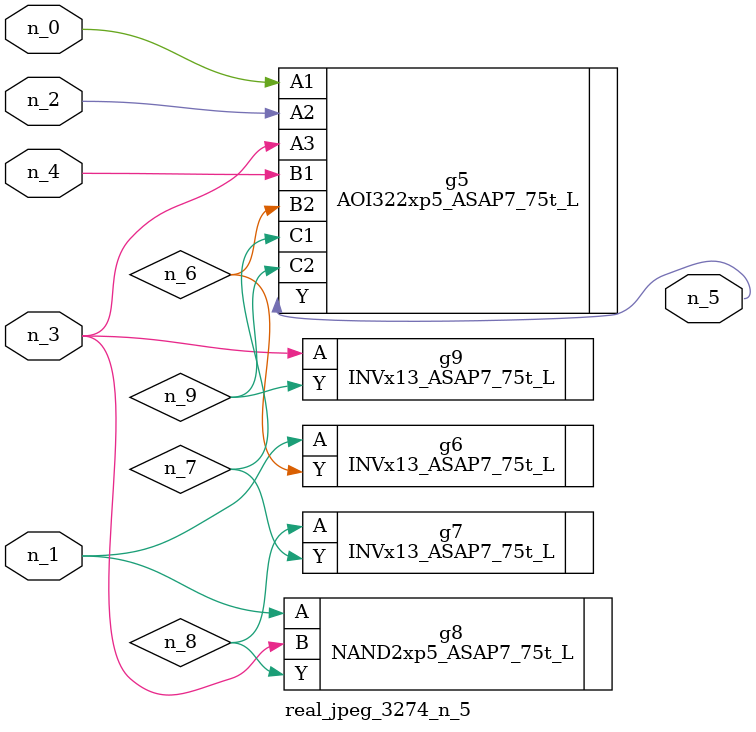
<source format=v>
module real_jpeg_3274_n_5 (n_4, n_0, n_1, n_2, n_3, n_5);

input n_4;
input n_0;
input n_1;
input n_2;
input n_3;

output n_5;

wire n_8;
wire n_6;
wire n_7;
wire n_9;

AOI322xp5_ASAP7_75t_L g5 ( 
.A1(n_0),
.A2(n_2),
.A3(n_3),
.B1(n_4),
.B2(n_6),
.C1(n_7),
.C2(n_9),
.Y(n_5)
);

INVx13_ASAP7_75t_L g6 ( 
.A(n_1),
.Y(n_6)
);

NAND2xp5_ASAP7_75t_L g8 ( 
.A(n_1),
.B(n_3),
.Y(n_8)
);

INVx13_ASAP7_75t_L g9 ( 
.A(n_3),
.Y(n_9)
);

INVx13_ASAP7_75t_L g7 ( 
.A(n_8),
.Y(n_7)
);


endmodule
</source>
